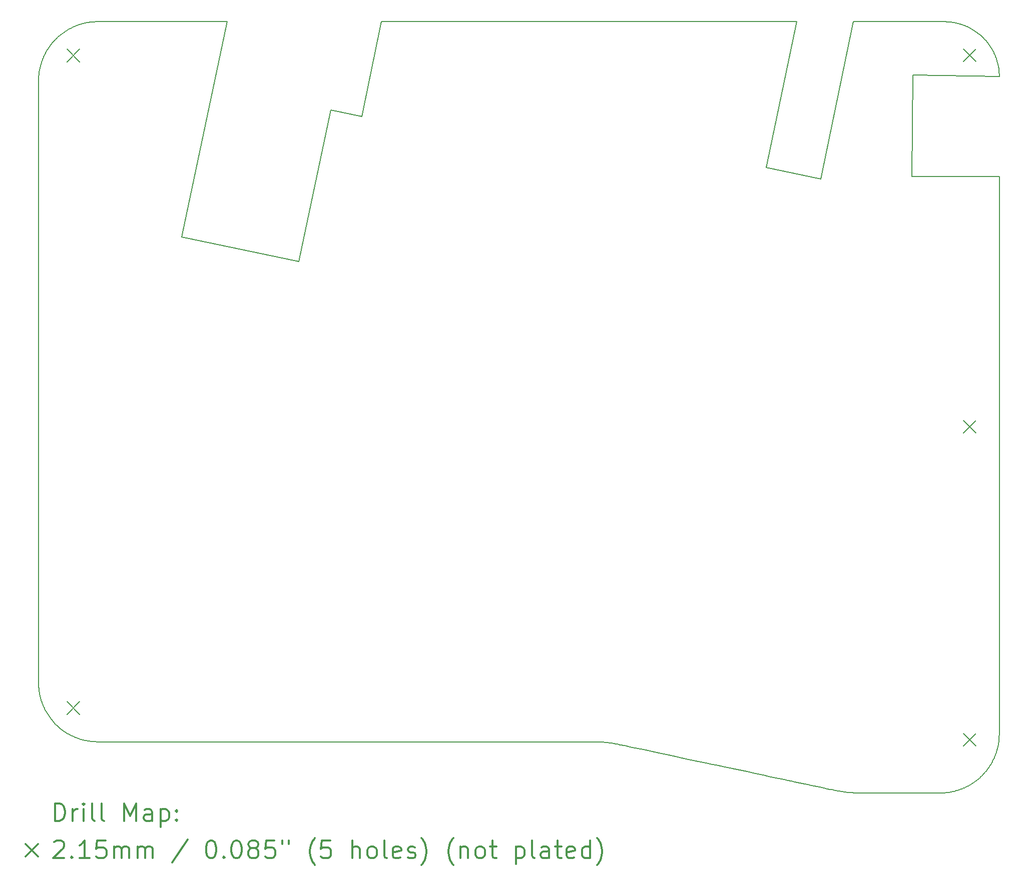
<source format=gbr>
%FSLAX45Y45*%
G04 Gerber Fmt 4.5, Leading zero omitted, Abs format (unit mm)*
G04 Created by KiCad (PCBNEW (5.1.5-0-10_14)) date 2020-04-19 15:56:33*
%MOMM*%
%LPD*%
G04 APERTURE LIST*
%TA.AperFunction,Profile*%
%ADD10C,0.200000*%
%TD*%
%ADD11C,0.200000*%
%ADD12C,0.300000*%
G04 APERTURE END LIST*
D10*
X16734158Y-3256235D02*
X16720294Y-4973331D01*
X18197521Y-3282693D02*
X16734158Y-3256235D01*
X2237215Y-2647110D02*
X2247305Y-2637161D01*
X2247305Y-2637161D02*
X2257943Y-2626971D01*
X2257943Y-2626971D02*
X2268430Y-2617213D01*
X2268430Y-2617213D02*
X2278970Y-2607684D01*
X2278970Y-2607684D02*
X2289776Y-2598190D01*
X2289776Y-2598190D02*
X2300632Y-2588926D01*
X2300632Y-2588926D02*
X2312800Y-2578853D01*
X2312800Y-2578853D02*
X2323904Y-2569939D01*
X2323904Y-2569939D02*
X2336342Y-2560257D01*
X2336342Y-2560257D02*
X2347994Y-2551469D01*
X2347994Y-2551469D02*
X2359685Y-2542915D01*
X2359685Y-2542915D02*
X2371567Y-2534483D01*
X2371567Y-2534483D02*
X2383640Y-2526178D01*
X2383640Y-2526178D02*
X2395745Y-2518110D01*
X2395745Y-2518110D02*
X2408281Y-2510018D01*
X2408281Y-2510018D02*
X2420603Y-2502319D01*
X2420603Y-2502319D02*
X2433357Y-2494609D01*
X2433357Y-2494609D02*
X2446549Y-2486904D01*
X2446549Y-2486904D02*
X2459517Y-2479589D01*
X2459517Y-2479589D02*
X2472588Y-2472472D01*
X2472588Y-2472472D02*
X2485842Y-2465508D01*
X2485842Y-2465508D02*
X2499708Y-2458491D01*
X2499708Y-2458491D02*
X2513162Y-2451938D01*
X2513162Y-2451938D02*
X2526796Y-2445548D01*
X2526796Y-2445548D02*
X2541133Y-2439097D01*
X2541133Y-2439097D02*
X2555481Y-2432909D01*
X2555481Y-2432909D02*
X2569747Y-2427017D01*
X2569747Y-2427017D02*
X2584103Y-2421346D01*
X2584103Y-2421346D02*
X2598724Y-2415831D01*
X2598724Y-2415831D02*
X2613972Y-2410355D01*
X2613972Y-2410355D02*
X2629219Y-2405155D01*
X2629219Y-2405155D02*
X2644370Y-2400258D01*
X2644370Y-2400258D02*
X2659877Y-2395520D01*
X2659877Y-2395520D02*
X2675648Y-2390980D01*
X2675648Y-2390980D02*
X2691500Y-2386698D01*
X2691500Y-2386698D02*
X2708170Y-2382494D01*
X2708170Y-2382494D02*
X2724735Y-2378617D01*
X2724735Y-2378617D02*
X2741375Y-2375020D01*
X2741375Y-2375020D02*
X2758464Y-2371633D01*
X2758464Y-2371633D02*
X2776568Y-2368381D01*
X2776568Y-2368381D02*
X2793799Y-2365604D01*
X2793799Y-2365604D02*
X2811665Y-2363048D01*
X2811665Y-2363048D02*
X2830360Y-2360726D01*
X2830360Y-2360726D02*
X2851229Y-2358554D01*
X2851229Y-2358554D02*
X2870441Y-2356946D01*
X2870441Y-2356946D02*
X2889710Y-2355706D01*
X2889710Y-2355706D02*
X2911547Y-2354752D01*
X2911547Y-2354752D02*
X2932086Y-2354290D01*
X2932086Y-2354290D02*
X2944316Y-2354216D01*
X18197521Y-3282693D02*
X18197521Y-3282693D01*
X16720294Y-4973331D02*
X18195960Y-4973331D01*
X18195960Y-14413759D02*
X18195764Y-14433736D01*
X18195764Y-14433736D02*
X18195188Y-14453417D01*
X18195188Y-14453417D02*
X18194257Y-14472603D01*
X18194257Y-14472603D02*
X18192937Y-14492089D01*
X18192937Y-14492089D02*
X18191323Y-14510682D01*
X18191323Y-14510682D02*
X18189372Y-14529176D01*
X18189372Y-14529176D02*
X18187137Y-14547179D01*
X18187137Y-14547179D02*
X18184645Y-14564693D01*
X18184645Y-14564693D02*
X18181850Y-14582108D01*
X18181850Y-14582108D02*
X18178758Y-14599421D01*
X18178758Y-14599421D02*
X18175448Y-14616249D01*
X18175448Y-14616249D02*
X18171858Y-14632975D01*
X18171858Y-14632975D02*
X18167991Y-14649596D01*
X18167991Y-14649596D02*
X18163946Y-14665735D01*
X18163946Y-14665735D02*
X18159589Y-14681955D01*
X18159589Y-14681955D02*
X18155077Y-14697697D01*
X18155077Y-14697697D02*
X18150143Y-14713881D01*
X18150143Y-14713881D02*
X18144944Y-14729948D01*
X18144944Y-14729948D02*
X18139736Y-14745172D01*
X18139736Y-14745172D02*
X18134424Y-14759927D01*
X18134424Y-14759927D02*
X18128889Y-14774573D01*
X18128889Y-14774573D02*
X18123060Y-14789285D01*
X18123060Y-14789285D02*
X18117154Y-14803532D01*
X18117154Y-14803532D02*
X18110806Y-14818188D01*
X18110806Y-14818188D02*
X18104231Y-14832722D01*
X18104231Y-14832722D02*
X18097762Y-14846448D01*
X18097762Y-14846448D02*
X18091092Y-14860059D01*
X18091092Y-14860059D02*
X18084222Y-14873554D01*
X18084222Y-14873554D02*
X18076976Y-14887262D01*
X18076976Y-14887262D02*
X18069156Y-14901503D01*
X18069156Y-14901503D02*
X18061302Y-14915275D01*
X18061302Y-14915275D02*
X18053821Y-14927941D01*
X18053821Y-14927941D02*
X18046160Y-14940486D01*
X18046160Y-14940486D02*
X18038117Y-14953226D01*
X18038117Y-14953226D02*
X18030096Y-14965522D01*
X18030096Y-14965522D02*
X18020625Y-14979553D01*
X18020625Y-14979553D02*
X18012230Y-14991575D01*
X18012230Y-14991575D02*
X18003665Y-15003468D01*
X18003665Y-15003468D02*
X17994931Y-15015230D01*
X17994931Y-15015230D02*
X17985338Y-15027747D01*
X17985338Y-15027747D02*
X17976493Y-15038937D01*
X17976493Y-15038937D02*
X17967254Y-15050287D01*
X17967254Y-15050287D02*
X17958097Y-15061212D01*
X17958097Y-15061212D02*
X17948540Y-15072286D01*
X17948540Y-15072286D02*
X17938825Y-15083218D01*
X17938825Y-15083218D02*
X17928698Y-15094281D01*
X17928698Y-15094281D02*
X17918927Y-15104649D01*
X17918927Y-15104649D02*
X17908485Y-15115411D01*
X17908485Y-15115411D02*
X17897617Y-15126279D01*
X17897617Y-15126279D02*
X17886855Y-15136721D01*
X17886855Y-15136721D02*
X17876487Y-15146492D01*
X17876487Y-15146492D02*
X17865424Y-15156619D01*
X17865424Y-15156619D02*
X17854492Y-15166334D01*
X17854492Y-15166334D02*
X17843703Y-15175647D01*
X17843703Y-15175647D02*
X17832782Y-15184809D01*
X17832782Y-15184809D02*
X17821435Y-15194052D01*
X17821435Y-15194052D02*
X17810249Y-15202901D01*
X17810249Y-15202901D02*
X17798934Y-15211593D01*
X17798934Y-15211593D02*
X17787189Y-15220349D01*
X17787189Y-15220349D02*
X17775007Y-15229154D01*
X17775007Y-15229154D02*
X17762997Y-15237566D01*
X17762997Y-15237566D02*
X17750860Y-15245805D01*
X17750860Y-15245805D02*
X17738596Y-15253871D01*
X17738596Y-15253871D02*
X17726208Y-15261760D01*
X17726208Y-15261760D02*
X17712730Y-15270058D01*
X17712730Y-15270058D02*
X17700088Y-15277576D01*
X17700088Y-15277576D02*
X17686342Y-15285470D01*
X17686342Y-15285470D02*
X17673456Y-15292610D01*
X17673456Y-15292610D02*
X17660119Y-15299741D01*
X17660119Y-15299741D02*
X17646325Y-15306845D01*
X17646325Y-15306845D02*
X17632408Y-15313742D01*
X17632408Y-15313742D02*
X17618714Y-15320266D01*
X17618714Y-15320266D02*
X17604559Y-15326744D01*
X17604559Y-15326744D02*
X17590287Y-15333007D01*
X17590287Y-15333007D02*
X17575547Y-15339198D01*
X17575547Y-15339198D02*
X17560689Y-15345159D01*
X17560689Y-15345159D02*
X17546072Y-15350755D01*
X17546072Y-15350755D02*
X17530265Y-15356511D01*
X17530265Y-15356511D02*
X17515061Y-15361764D01*
X17515061Y-15361764D02*
X17499748Y-15366778D01*
X17499748Y-15366778D02*
X17484327Y-15371552D01*
X17484327Y-15371552D02*
X17468430Y-15376186D01*
X17468430Y-15376186D02*
X17450184Y-15381154D01*
X17450184Y-15381154D02*
X17434059Y-15385236D01*
X17434059Y-15385236D02*
X17417642Y-15389098D01*
X17417642Y-15389098D02*
X17401122Y-15392690D01*
X17401122Y-15392690D02*
X17384118Y-15396080D01*
X17384118Y-15396080D02*
X17367012Y-15399183D01*
X17367012Y-15399183D02*
X17349225Y-15402083D01*
X17349225Y-15402083D02*
X17331724Y-15404616D01*
X17331724Y-15404616D02*
X17311773Y-15407120D01*
X17311773Y-15407120D02*
X17293676Y-15409041D01*
X17293676Y-15409041D02*
X17275087Y-15410669D01*
X17275087Y-15410669D02*
X17256003Y-15411981D01*
X17256003Y-15411981D02*
X17236423Y-15412950D01*
X17236423Y-15412950D02*
X17215941Y-15413558D01*
X17215941Y-15413558D02*
X17195964Y-15413754D01*
X18195960Y-4973331D02*
X18195960Y-14413759D01*
X15730987Y-2354216D02*
X17267508Y-2354216D01*
X15176180Y-5014367D02*
X15730987Y-2354216D01*
X14255665Y-4818708D02*
X15176180Y-5014367D01*
X14768879Y-2354216D02*
X14255665Y-4818708D01*
X7740780Y-2354216D02*
X14768879Y-2354216D01*
X7409970Y-3960530D02*
X7740780Y-2354216D01*
X6888712Y-3849749D02*
X7409970Y-3960530D01*
X6343087Y-6416661D02*
X6888712Y-3849749D01*
X4368256Y-5996899D02*
X6343087Y-6416661D01*
X5131899Y-2354216D02*
X4368256Y-5996899D01*
X17267508Y-2354216D02*
X17288307Y-2354443D01*
X17288307Y-2354443D02*
X17308438Y-2355100D01*
X17308438Y-2355100D02*
X17327535Y-2356122D01*
X17327535Y-2356122D02*
X17346528Y-2357525D01*
X17346528Y-2357525D02*
X17365048Y-2359270D01*
X17365048Y-2359270D02*
X17383096Y-2361329D01*
X17383096Y-2361329D02*
X17401220Y-2363757D01*
X17401220Y-2363757D02*
X17419231Y-2366531D01*
X17419231Y-2366531D02*
X17437485Y-2369714D01*
X17437485Y-2369714D02*
X17454551Y-2373033D01*
X17454551Y-2373033D02*
X17471153Y-2376582D01*
X17471153Y-2376582D02*
X17488168Y-2380552D01*
X17488168Y-2380552D02*
X17504368Y-2384650D01*
X17504368Y-2384650D02*
X17520282Y-2388981D01*
X17520282Y-2388981D02*
X17536080Y-2393586D01*
X17536080Y-2393586D02*
X17551423Y-2398352D01*
X17551423Y-2398352D02*
X17566650Y-2403375D01*
X17566650Y-2403375D02*
X17581760Y-2408652D01*
X17581760Y-2408652D02*
X17597083Y-2414305D01*
X17597083Y-2414305D02*
X17611619Y-2419957D01*
X17611619Y-2419957D02*
X17626036Y-2425844D01*
X17626036Y-2425844D02*
X17640332Y-2431963D01*
X17640332Y-2431963D02*
X17654503Y-2438314D01*
X17654503Y-2438314D02*
X17668866Y-2445045D01*
X17668866Y-2445045D02*
X17682779Y-2451855D01*
X17682779Y-2451855D02*
X17697496Y-2459377D01*
X17697496Y-2459377D02*
X17711752Y-2466983D01*
X17711752Y-2466983D02*
X17724943Y-2474309D01*
X17724943Y-2474309D02*
X17738758Y-2482285D01*
X17738758Y-2482285D02*
X17752422Y-2490491D01*
X17752422Y-2490491D02*
X17766080Y-2499016D01*
X17766080Y-2499016D02*
X17779286Y-2507577D01*
X17779286Y-2507577D02*
X17792338Y-2516354D01*
X17792338Y-2516354D02*
X17804662Y-2524941D01*
X17804662Y-2524941D02*
X17816840Y-2533720D01*
X17816840Y-2533720D02*
X17828314Y-2542269D01*
X17828314Y-2542269D02*
X17839650Y-2550988D01*
X17839650Y-2550988D02*
X17850848Y-2559878D01*
X17850848Y-2559878D02*
X17862441Y-2569380D01*
X17862441Y-2569380D02*
X17874669Y-2579747D01*
X17874669Y-2579747D02*
X17885675Y-2589392D01*
X17885675Y-2589392D02*
X17896270Y-2598971D01*
X17896270Y-2598971D02*
X17906716Y-2608710D01*
X17906716Y-2608710D02*
X17918257Y-2619823D01*
X17918257Y-2619823D02*
X17929117Y-2630637D01*
X17929117Y-2630637D02*
X17939798Y-2641626D01*
X17939798Y-2641626D02*
X17949588Y-2652024D01*
X17949588Y-2652024D02*
X17959452Y-2662830D01*
X17959452Y-2662830D02*
X17968919Y-2673528D01*
X17968919Y-2673528D02*
X17978223Y-2684371D01*
X17978223Y-2684371D02*
X17987583Y-2695628D01*
X17987583Y-2695628D02*
X17996552Y-2706760D01*
X17996552Y-2706760D02*
X18005352Y-2718032D01*
X18005352Y-2718032D02*
X18014399Y-2730001D01*
X18014399Y-2730001D02*
X18022848Y-2741554D01*
X18022848Y-2741554D02*
X18031323Y-2753526D01*
X18031323Y-2753526D02*
X18040393Y-2766798D01*
X18040393Y-2766798D02*
X18049048Y-2779939D01*
X18049048Y-2779939D02*
X18057485Y-2793234D01*
X18057485Y-2793234D02*
X18065883Y-2806981D01*
X18065883Y-2806981D02*
X18073523Y-2819972D01*
X18073523Y-2819972D02*
X18081638Y-2834324D01*
X18081638Y-2834324D02*
X18088928Y-2847747D01*
X18088928Y-2847747D02*
X18096163Y-2861616D01*
X18096163Y-2861616D02*
X18103093Y-2875461D01*
X18103093Y-2875461D02*
X18110098Y-2890076D01*
X18110098Y-2890076D02*
X18116566Y-2904185D01*
X18116566Y-2904185D02*
X18123360Y-2919720D01*
X18123360Y-2919720D02*
X18129345Y-2934089D01*
X18129345Y-2934089D02*
X18135095Y-2948579D01*
X18135095Y-2948579D02*
X18140609Y-2963187D01*
X18140609Y-2963187D02*
X18146059Y-2978414D01*
X18146059Y-2978414D02*
X18151306Y-2993931D01*
X18151306Y-2993931D02*
X18156339Y-3009741D01*
X18156339Y-3009741D02*
X18160947Y-3025156D01*
X18160947Y-3025156D02*
X18165389Y-3041027D01*
X18165389Y-3041027D02*
X18169599Y-3057186D01*
X18169599Y-3057186D02*
X18173688Y-3074161D01*
X18173688Y-3074161D02*
X18177353Y-3090724D01*
X18177353Y-3090724D02*
X18180722Y-3107397D01*
X18180722Y-3107397D02*
X18183978Y-3125250D01*
X18183978Y-3125250D02*
X18187111Y-3144663D01*
X18187111Y-3144663D02*
X18189724Y-3163301D01*
X18189724Y-3163301D02*
X18191967Y-3182054D01*
X18191967Y-3182054D02*
X18193803Y-3200553D01*
X18193803Y-3200553D02*
X18195327Y-3219896D01*
X18195327Y-3219896D02*
X18196464Y-3239533D01*
X18196464Y-3239533D02*
X18197182Y-3258904D01*
X18197182Y-3258904D02*
X18197509Y-3279312D01*
X18197509Y-3279312D02*
X18197521Y-3282693D01*
X1944320Y-3354210D02*
X1944586Y-3331122D01*
X1944586Y-3331122D02*
X1945236Y-3311384D01*
X1945236Y-3311384D02*
X1946244Y-3292178D01*
X1946244Y-3292178D02*
X1947665Y-3272450D01*
X1947665Y-3272450D02*
X1949347Y-3254030D01*
X1949347Y-3254030D02*
X1951344Y-3235860D01*
X1951344Y-3235860D02*
X1953617Y-3218133D01*
X1953617Y-3218133D02*
X1956175Y-3200659D01*
X1956175Y-3200659D02*
X1959005Y-3183439D01*
X1959005Y-3183439D02*
X1962276Y-3165536D01*
X1962276Y-3165536D02*
X1965633Y-3148834D01*
X1965633Y-3148834D02*
X1969355Y-3131832D01*
X1969355Y-3131832D02*
X1973325Y-3115095D01*
X1973325Y-3115095D02*
X1977677Y-3098069D01*
X1977677Y-3098069D02*
X1982065Y-3082051D01*
X1982065Y-3082051D02*
X1986607Y-3066480D01*
X1986607Y-3066480D02*
X1991340Y-3051173D01*
X1991340Y-3051173D02*
X1996681Y-3034864D01*
X1996681Y-3034864D02*
X2001917Y-3019731D01*
X2001917Y-3019731D02*
X2007392Y-3004687D01*
X2007392Y-3004687D02*
X2013177Y-2989557D01*
X2013177Y-2989557D02*
X2018953Y-2975141D01*
X2018953Y-2975141D02*
X2025401Y-2959765D01*
X2025401Y-2959765D02*
X2031638Y-2945542D01*
X2031638Y-2945542D02*
X2038015Y-2931588D01*
X2038015Y-2931588D02*
X2044731Y-2917475D01*
X2044731Y-2917475D02*
X2051496Y-2903805D01*
X2051496Y-2903805D02*
X2058471Y-2890237D01*
X2058471Y-2890237D02*
X2065472Y-2877108D01*
X2065472Y-2877108D02*
X2073045Y-2863414D01*
X2073045Y-2863414D02*
X2080643Y-2850164D01*
X2080643Y-2850164D02*
X2088199Y-2837434D01*
X2088199Y-2837434D02*
X2095845Y-2824973D01*
X2095845Y-2824973D02*
X2103626Y-2812698D01*
X2103626Y-2812698D02*
X2111696Y-2800371D01*
X2111696Y-2800371D02*
X2119952Y-2788155D01*
X2119952Y-2788155D02*
X2128283Y-2776210D01*
X2128283Y-2776210D02*
X2136794Y-2764378D01*
X2136794Y-2764378D02*
X2145484Y-2752662D01*
X2145484Y-2752662D02*
X2155059Y-2740152D01*
X2155059Y-2740152D02*
X2164360Y-2728382D01*
X2164360Y-2728382D02*
X2174337Y-2716148D01*
X2174337Y-2716148D02*
X2183517Y-2705231D01*
X2183517Y-2705231D02*
X2192862Y-2694434D01*
X2192862Y-2694434D02*
X2202631Y-2683472D01*
X2202631Y-2683472D02*
X2213629Y-2671508D01*
X2213629Y-2671508D02*
X2223492Y-2661103D01*
X2223492Y-2661103D02*
X2233517Y-2650827D01*
X2233517Y-2650827D02*
X2237215Y-2647110D01*
X1944320Y-13547406D02*
X1944320Y-3354210D01*
X2237215Y-14254506D02*
X2226996Y-14244138D01*
X2226996Y-14244138D02*
X2217142Y-14233848D01*
X2217142Y-14233848D02*
X2207319Y-14223291D01*
X2207319Y-14223291D02*
X2197725Y-14212679D01*
X2197725Y-14212679D02*
X2188295Y-14201944D01*
X2188295Y-14201944D02*
X2179031Y-14191089D01*
X2179031Y-14191089D02*
X2169932Y-14180114D01*
X2169932Y-14180114D02*
X2161000Y-14169023D01*
X2161000Y-14169023D02*
X2152001Y-14157512D01*
X2152001Y-14157512D02*
X2143179Y-14145882D01*
X2143179Y-14145882D02*
X2134536Y-14134135D01*
X2134536Y-14134135D02*
X2125853Y-14121959D01*
X2125853Y-14121959D02*
X2117359Y-14109665D01*
X2117359Y-14109665D02*
X2109266Y-14097574D01*
X2109266Y-14097574D02*
X2101252Y-14085214D01*
X2101252Y-14085214D02*
X2092674Y-14071524D01*
X2092674Y-14071524D02*
X2085105Y-14059020D01*
X2085105Y-14059020D02*
X2077579Y-14046165D01*
X2077579Y-14046165D02*
X2070250Y-14033205D01*
X2070250Y-14033205D02*
X2062801Y-14019554D01*
X2062801Y-14019554D02*
X2055700Y-14006048D01*
X2055700Y-14006048D02*
X2048426Y-13991671D01*
X2048426Y-13991671D02*
X2041878Y-13978215D01*
X2041878Y-13978215D02*
X2035454Y-13964492D01*
X2035454Y-13964492D02*
X2029201Y-13950587D01*
X2029201Y-13950587D02*
X2023161Y-13936591D01*
X2023161Y-13936591D02*
X2016943Y-13921532D01*
X2016943Y-13921532D02*
X2011176Y-13906907D01*
X2011176Y-13906907D02*
X2005672Y-13892282D01*
X2005672Y-13892282D02*
X2000270Y-13877210D01*
X2000270Y-13877210D02*
X1995110Y-13862050D01*
X1995110Y-13862050D02*
X1990134Y-13846623D01*
X1990134Y-13846623D02*
X1985434Y-13831204D01*
X1985434Y-13831204D02*
X1980778Y-13814970D01*
X1980778Y-13814970D02*
X1976417Y-13798743D01*
X1976417Y-13798743D02*
X1972239Y-13782065D01*
X1972239Y-13782065D02*
X1968345Y-13765307D01*
X1968345Y-13765307D02*
X1964738Y-13748472D01*
X1964738Y-13748472D02*
X1961313Y-13730999D01*
X1961313Y-13730999D02*
X1958086Y-13712790D01*
X1958086Y-13712790D02*
X1955307Y-13695266D01*
X1955307Y-13695266D02*
X1952800Y-13677390D01*
X1952800Y-13677390D02*
X1950613Y-13659450D01*
X1950613Y-13659450D02*
X1948713Y-13641068D01*
X1948713Y-13641068D02*
X1947150Y-13622628D01*
X1947150Y-13622628D02*
X1945907Y-13603748D01*
X1945907Y-13603748D02*
X1944908Y-13581723D01*
X1944908Y-13581723D02*
X1944420Y-13561576D01*
X1944420Y-13561576D02*
X1944320Y-13547406D01*
X2944316Y-14547401D02*
X2924330Y-14547201D01*
X2924330Y-14547201D02*
X2904583Y-14546612D01*
X2904583Y-14546612D02*
X2885273Y-14545657D01*
X2885273Y-14545657D02*
X2865728Y-14544310D01*
X2865728Y-14544310D02*
X2847203Y-14542677D01*
X2847203Y-14542677D02*
X2827303Y-14540534D01*
X2827303Y-14540534D02*
X2808239Y-14538103D01*
X2808239Y-14538103D02*
X2790765Y-14535545D01*
X2790765Y-14535545D02*
X2773545Y-14532715D01*
X2773545Y-14532715D02*
X2756018Y-14529516D01*
X2756018Y-14529516D02*
X2736881Y-14525653D01*
X2736881Y-14525653D02*
X2720447Y-14522023D01*
X2720447Y-14522023D02*
X2704088Y-14518119D01*
X2704088Y-14518119D02*
X2687806Y-14513944D01*
X2687806Y-14513944D02*
X2671973Y-14509602D01*
X2671973Y-14509602D02*
X2656038Y-14504948D01*
X2656038Y-14504948D02*
X2640188Y-14500032D01*
X2640188Y-14500032D02*
X2624970Y-14495038D01*
X2624970Y-14495038D02*
X2609837Y-14489803D01*
X2609837Y-14489803D02*
X2595060Y-14484427D01*
X2595060Y-14484427D02*
X2580461Y-14478855D01*
X2580461Y-14478855D02*
X2565687Y-14472948D01*
X2565687Y-14472948D02*
X2549871Y-14466319D01*
X2549871Y-14466319D02*
X2535213Y-14459887D01*
X2535213Y-14459887D02*
X2521003Y-14453383D01*
X2521003Y-14453383D02*
X2506980Y-14446697D01*
X2506980Y-14446697D02*
X2493570Y-14440052D01*
X2493570Y-14440052D02*
X2480342Y-14433249D01*
X2480342Y-14433249D02*
X2466878Y-14426065D01*
X2466878Y-14426065D02*
X2453852Y-14418862D01*
X2453852Y-14418862D02*
X2440929Y-14411462D01*
X2440929Y-14411462D02*
X2427948Y-14403768D01*
X2427948Y-14403768D02*
X2415078Y-14395874D01*
X2415078Y-14395874D02*
X2402562Y-14387938D01*
X2402562Y-14387938D02*
X2389998Y-14379707D01*
X2389998Y-14379707D02*
X2378023Y-14371606D01*
X2378023Y-14371606D02*
X2366080Y-14363271D01*
X2366080Y-14363271D02*
X2354174Y-14354700D01*
X2354174Y-14354700D02*
X2342460Y-14346005D01*
X2342460Y-14346005D02*
X2330864Y-14337133D01*
X2330864Y-14337133D02*
X2319388Y-14328082D01*
X2319388Y-14328082D02*
X2308332Y-14319101D01*
X2308332Y-14319101D02*
X2297392Y-14309953D01*
X2297392Y-14309953D02*
X2286500Y-14300576D01*
X2286500Y-14300576D02*
X2275802Y-14291096D01*
X2275802Y-14291096D02*
X2265299Y-14281518D01*
X2265299Y-14281518D02*
X2254850Y-14271713D01*
X2254850Y-14271713D02*
X2243974Y-14261201D01*
X2243974Y-14261201D02*
X2237215Y-14254506D01*
X11336745Y-14547401D02*
X2944316Y-14547401D01*
X11752592Y-14591110D02*
X11735957Y-14587648D01*
X11735957Y-14587648D02*
X11718493Y-14584173D01*
X11718493Y-14584173D02*
X11701607Y-14580965D01*
X11701607Y-14580965D02*
X11683890Y-14577761D01*
X11683890Y-14577761D02*
X11665643Y-14574632D01*
X11665643Y-14574632D02*
X11648179Y-14571801D01*
X11648179Y-14571801D02*
X11629783Y-14568988D01*
X11629783Y-14568988D02*
X11612173Y-14566460D01*
X11612173Y-14566460D02*
X11594137Y-14564036D01*
X11594137Y-14564036D02*
X11576283Y-14561800D01*
X11576283Y-14561800D02*
X11557598Y-14559635D01*
X11557598Y-14559635D02*
X11539505Y-14557708D01*
X11539505Y-14557708D02*
X11521190Y-14555927D01*
X11521190Y-14555927D02*
X11502249Y-14554262D01*
X11502249Y-14554262D02*
X11483699Y-14552809D01*
X11483699Y-14552809D02*
X11464830Y-14551508D01*
X11464830Y-14551508D02*
X11445947Y-14550385D01*
X11445947Y-14550385D02*
X11426644Y-14549423D01*
X11426644Y-14549423D02*
X11406716Y-14548625D01*
X11406716Y-14548625D02*
X11387085Y-14548034D01*
X11387085Y-14548034D02*
X11367445Y-14547636D01*
X11367445Y-14547636D02*
X11346980Y-14547427D01*
X11346980Y-14547427D02*
X11336745Y-14547401D01*
X15417269Y-15370045D02*
X15400735Y-15366530D01*
X15400735Y-15366530D02*
X15365781Y-15359102D01*
X15365781Y-15359102D02*
X15328632Y-15351206D01*
X15328632Y-15351206D02*
X15289359Y-15342859D01*
X15289359Y-15342859D02*
X15226868Y-15329577D01*
X15226868Y-15329577D02*
X15159516Y-15315263D01*
X15159516Y-15315263D02*
X15112467Y-15305263D01*
X15112467Y-15305263D02*
X15063655Y-15294888D01*
X15063655Y-15294888D02*
X15013150Y-15284154D01*
X15013150Y-15284154D02*
X14961025Y-15273075D01*
X14961025Y-15273075D02*
X14907352Y-15261667D01*
X14907352Y-15261667D02*
X14824269Y-15244008D01*
X14824269Y-15244008D02*
X14737767Y-15225622D01*
X14737767Y-15225622D02*
X14678622Y-15213052D01*
X14678622Y-15213052D02*
X14618290Y-15200228D01*
X14618290Y-15200228D02*
X14556841Y-15187167D01*
X14556841Y-15187167D02*
X14462850Y-15167190D01*
X14462850Y-15167190D02*
X14334122Y-15139828D01*
X14334122Y-15139828D02*
X14202225Y-15111794D01*
X14202225Y-15111794D02*
X14067736Y-15083208D01*
X14067736Y-15083208D02*
X13931232Y-15054194D01*
X13931232Y-15054194D02*
X13724027Y-15010152D01*
X13724027Y-15010152D02*
X13515382Y-14965804D01*
X13515382Y-14965804D02*
X13411240Y-14943668D01*
X13411240Y-14943668D02*
X13342015Y-14928954D01*
X13342015Y-14928954D02*
X13238629Y-14906979D01*
X13238629Y-14906979D02*
X13102125Y-14877965D01*
X13102125Y-14877965D02*
X12900968Y-14835208D01*
X12900968Y-14835208D02*
X12643510Y-14780483D01*
X12643510Y-14780483D02*
X12402180Y-14729187D01*
X12402180Y-14729187D02*
X12181585Y-14682298D01*
X12181585Y-14682298D02*
X11986334Y-14640795D01*
X11986334Y-14640795D02*
X11860343Y-14614014D01*
X11860343Y-14614014D02*
X11786045Y-14598221D01*
X11786045Y-14598221D02*
X11752592Y-14591110D01*
X15833090Y-15413754D02*
X15813031Y-15413653D01*
X15813031Y-15413653D02*
X15791751Y-15413327D01*
X15791751Y-15413327D02*
X15771912Y-15412818D01*
X15771912Y-15412818D02*
X15752491Y-15412130D01*
X15752491Y-15412130D02*
X15733082Y-15411254D01*
X15733082Y-15411254D02*
X15713888Y-15410201D01*
X15713888Y-15410201D02*
X15694708Y-15408963D01*
X15694708Y-15408963D02*
X15675746Y-15407559D01*
X15675746Y-15407559D02*
X15657002Y-15405991D01*
X15657002Y-15405991D02*
X15638276Y-15404248D01*
X15638276Y-15404248D02*
X15619566Y-15402328D01*
X15619566Y-15402328D02*
X15601484Y-15400303D01*
X15601484Y-15400303D02*
X15583016Y-15398063D01*
X15583016Y-15398063D02*
X15565176Y-15395733D01*
X15565176Y-15395733D02*
X15547356Y-15393242D01*
X15547356Y-15393242D02*
X15529558Y-15390591D01*
X15529558Y-15390591D02*
X15511782Y-15387779D01*
X15511782Y-15387779D02*
X15494534Y-15384893D01*
X15494534Y-15384893D02*
X15477108Y-15381819D01*
X15477108Y-15381819D02*
X15459405Y-15378533D01*
X15459405Y-15378533D02*
X15442531Y-15375247D01*
X15442531Y-15375247D02*
X15425683Y-15371815D01*
X15425683Y-15371815D02*
X15417269Y-15370045D01*
X17195964Y-15413754D02*
X15833090Y-15413754D01*
X2944316Y-2354216D02*
X5131899Y-2354216D01*
X5131899Y-2354216D02*
X5131899Y-2354216D01*
D11*
X17588680Y-14406060D02*
X17803680Y-14621060D01*
X17803680Y-14406060D02*
X17588680Y-14621060D01*
X17588680Y-9106350D02*
X17803680Y-9321350D01*
X17803680Y-9106350D02*
X17588680Y-9321350D01*
X2426150Y-2817310D02*
X2641150Y-3032310D01*
X2641150Y-2817310D02*
X2426150Y-3032310D01*
X2426150Y-13867580D02*
X2641150Y-14082580D01*
X2641150Y-13867580D02*
X2426150Y-14082580D01*
X17588680Y-2816040D02*
X17803680Y-3031040D01*
X17803680Y-2816040D02*
X17588680Y-3031040D01*
D12*
X2220748Y-15889468D02*
X2220748Y-15589468D01*
X2292177Y-15589468D01*
X2335034Y-15603754D01*
X2363606Y-15632325D01*
X2377891Y-15660897D01*
X2392177Y-15718040D01*
X2392177Y-15760897D01*
X2377891Y-15818040D01*
X2363606Y-15846611D01*
X2335034Y-15875182D01*
X2292177Y-15889468D01*
X2220748Y-15889468D01*
X2520748Y-15889468D02*
X2520748Y-15689468D01*
X2520748Y-15746611D02*
X2535034Y-15718040D01*
X2549320Y-15703754D01*
X2577891Y-15689468D01*
X2606463Y-15689468D01*
X2706463Y-15889468D02*
X2706463Y-15689468D01*
X2706463Y-15589468D02*
X2692177Y-15603754D01*
X2706463Y-15618040D01*
X2720748Y-15603754D01*
X2706463Y-15589468D01*
X2706463Y-15618040D01*
X2892177Y-15889468D02*
X2863606Y-15875182D01*
X2849320Y-15846611D01*
X2849320Y-15589468D01*
X3049320Y-15889468D02*
X3020748Y-15875182D01*
X3006463Y-15846611D01*
X3006463Y-15589468D01*
X3392177Y-15889468D02*
X3392177Y-15589468D01*
X3492177Y-15803754D01*
X3592177Y-15589468D01*
X3592177Y-15889468D01*
X3863606Y-15889468D02*
X3863606Y-15732325D01*
X3849320Y-15703754D01*
X3820748Y-15689468D01*
X3763606Y-15689468D01*
X3735034Y-15703754D01*
X3863606Y-15875182D02*
X3835034Y-15889468D01*
X3763606Y-15889468D01*
X3735034Y-15875182D01*
X3720748Y-15846611D01*
X3720748Y-15818040D01*
X3735034Y-15789468D01*
X3763606Y-15775182D01*
X3835034Y-15775182D01*
X3863606Y-15760897D01*
X4006463Y-15689468D02*
X4006463Y-15989468D01*
X4006463Y-15703754D02*
X4035034Y-15689468D01*
X4092177Y-15689468D01*
X4120748Y-15703754D01*
X4135034Y-15718040D01*
X4149320Y-15746611D01*
X4149320Y-15832325D01*
X4135034Y-15860897D01*
X4120748Y-15875182D01*
X4092177Y-15889468D01*
X4035034Y-15889468D01*
X4006463Y-15875182D01*
X4277891Y-15860897D02*
X4292177Y-15875182D01*
X4277891Y-15889468D01*
X4263606Y-15875182D01*
X4277891Y-15860897D01*
X4277891Y-15889468D01*
X4277891Y-15703754D02*
X4292177Y-15718040D01*
X4277891Y-15732325D01*
X4263606Y-15718040D01*
X4277891Y-15703754D01*
X4277891Y-15732325D01*
X1719320Y-16276254D02*
X1934320Y-16491254D01*
X1934320Y-16276254D02*
X1719320Y-16491254D01*
X2206463Y-16248040D02*
X2220748Y-16233754D01*
X2249320Y-16219468D01*
X2320748Y-16219468D01*
X2349320Y-16233754D01*
X2363606Y-16248040D01*
X2377891Y-16276611D01*
X2377891Y-16305182D01*
X2363606Y-16348040D01*
X2192177Y-16519468D01*
X2377891Y-16519468D01*
X2506463Y-16490897D02*
X2520748Y-16505182D01*
X2506463Y-16519468D01*
X2492177Y-16505182D01*
X2506463Y-16490897D01*
X2506463Y-16519468D01*
X2806463Y-16519468D02*
X2635034Y-16519468D01*
X2720748Y-16519468D02*
X2720748Y-16219468D01*
X2692177Y-16262325D01*
X2663606Y-16290897D01*
X2635034Y-16305182D01*
X3077891Y-16219468D02*
X2935034Y-16219468D01*
X2920748Y-16362325D01*
X2935034Y-16348040D01*
X2963606Y-16333754D01*
X3035034Y-16333754D01*
X3063606Y-16348040D01*
X3077891Y-16362325D01*
X3092177Y-16390897D01*
X3092177Y-16462325D01*
X3077891Y-16490897D01*
X3063606Y-16505182D01*
X3035034Y-16519468D01*
X2963606Y-16519468D01*
X2935034Y-16505182D01*
X2920748Y-16490897D01*
X3220748Y-16519468D02*
X3220748Y-16319468D01*
X3220748Y-16348040D02*
X3235034Y-16333754D01*
X3263606Y-16319468D01*
X3306463Y-16319468D01*
X3335034Y-16333754D01*
X3349320Y-16362325D01*
X3349320Y-16519468D01*
X3349320Y-16362325D02*
X3363606Y-16333754D01*
X3392177Y-16319468D01*
X3435034Y-16319468D01*
X3463606Y-16333754D01*
X3477891Y-16362325D01*
X3477891Y-16519468D01*
X3620748Y-16519468D02*
X3620748Y-16319468D01*
X3620748Y-16348040D02*
X3635034Y-16333754D01*
X3663606Y-16319468D01*
X3706463Y-16319468D01*
X3735034Y-16333754D01*
X3749320Y-16362325D01*
X3749320Y-16519468D01*
X3749320Y-16362325D02*
X3763606Y-16333754D01*
X3792177Y-16319468D01*
X3835034Y-16319468D01*
X3863606Y-16333754D01*
X3877891Y-16362325D01*
X3877891Y-16519468D01*
X4463606Y-16205182D02*
X4206463Y-16590897D01*
X4849320Y-16219468D02*
X4877891Y-16219468D01*
X4906463Y-16233754D01*
X4920748Y-16248040D01*
X4935034Y-16276611D01*
X4949320Y-16333754D01*
X4949320Y-16405182D01*
X4935034Y-16462325D01*
X4920748Y-16490897D01*
X4906463Y-16505182D01*
X4877891Y-16519468D01*
X4849320Y-16519468D01*
X4820748Y-16505182D01*
X4806463Y-16490897D01*
X4792177Y-16462325D01*
X4777891Y-16405182D01*
X4777891Y-16333754D01*
X4792177Y-16276611D01*
X4806463Y-16248040D01*
X4820748Y-16233754D01*
X4849320Y-16219468D01*
X5077891Y-16490897D02*
X5092177Y-16505182D01*
X5077891Y-16519468D01*
X5063606Y-16505182D01*
X5077891Y-16490897D01*
X5077891Y-16519468D01*
X5277891Y-16219468D02*
X5306463Y-16219468D01*
X5335034Y-16233754D01*
X5349320Y-16248040D01*
X5363606Y-16276611D01*
X5377891Y-16333754D01*
X5377891Y-16405182D01*
X5363606Y-16462325D01*
X5349320Y-16490897D01*
X5335034Y-16505182D01*
X5306463Y-16519468D01*
X5277891Y-16519468D01*
X5249320Y-16505182D01*
X5235034Y-16490897D01*
X5220748Y-16462325D01*
X5206463Y-16405182D01*
X5206463Y-16333754D01*
X5220748Y-16276611D01*
X5235034Y-16248040D01*
X5249320Y-16233754D01*
X5277891Y-16219468D01*
X5549320Y-16348040D02*
X5520748Y-16333754D01*
X5506463Y-16319468D01*
X5492177Y-16290897D01*
X5492177Y-16276611D01*
X5506463Y-16248040D01*
X5520748Y-16233754D01*
X5549320Y-16219468D01*
X5606463Y-16219468D01*
X5635034Y-16233754D01*
X5649320Y-16248040D01*
X5663606Y-16276611D01*
X5663606Y-16290897D01*
X5649320Y-16319468D01*
X5635034Y-16333754D01*
X5606463Y-16348040D01*
X5549320Y-16348040D01*
X5520748Y-16362325D01*
X5506463Y-16376611D01*
X5492177Y-16405182D01*
X5492177Y-16462325D01*
X5506463Y-16490897D01*
X5520748Y-16505182D01*
X5549320Y-16519468D01*
X5606463Y-16519468D01*
X5635034Y-16505182D01*
X5649320Y-16490897D01*
X5663606Y-16462325D01*
X5663606Y-16405182D01*
X5649320Y-16376611D01*
X5635034Y-16362325D01*
X5606463Y-16348040D01*
X5935034Y-16219468D02*
X5792177Y-16219468D01*
X5777891Y-16362325D01*
X5792177Y-16348040D01*
X5820748Y-16333754D01*
X5892177Y-16333754D01*
X5920748Y-16348040D01*
X5935034Y-16362325D01*
X5949320Y-16390897D01*
X5949320Y-16462325D01*
X5935034Y-16490897D01*
X5920748Y-16505182D01*
X5892177Y-16519468D01*
X5820748Y-16519468D01*
X5792177Y-16505182D01*
X5777891Y-16490897D01*
X6063606Y-16219468D02*
X6063606Y-16276611D01*
X6177891Y-16219468D02*
X6177891Y-16276611D01*
X6620748Y-16633754D02*
X6606463Y-16619468D01*
X6577891Y-16576611D01*
X6563606Y-16548040D01*
X6549320Y-16505182D01*
X6535034Y-16433754D01*
X6535034Y-16376611D01*
X6549320Y-16305182D01*
X6563606Y-16262325D01*
X6577891Y-16233754D01*
X6606463Y-16190897D01*
X6620748Y-16176611D01*
X6877891Y-16219468D02*
X6735034Y-16219468D01*
X6720748Y-16362325D01*
X6735034Y-16348040D01*
X6763606Y-16333754D01*
X6835034Y-16333754D01*
X6863606Y-16348040D01*
X6877891Y-16362325D01*
X6892177Y-16390897D01*
X6892177Y-16462325D01*
X6877891Y-16490897D01*
X6863606Y-16505182D01*
X6835034Y-16519468D01*
X6763606Y-16519468D01*
X6735034Y-16505182D01*
X6720748Y-16490897D01*
X7249320Y-16519468D02*
X7249320Y-16219468D01*
X7377891Y-16519468D02*
X7377891Y-16362325D01*
X7363606Y-16333754D01*
X7335034Y-16319468D01*
X7292177Y-16319468D01*
X7263606Y-16333754D01*
X7249320Y-16348040D01*
X7563606Y-16519468D02*
X7535034Y-16505182D01*
X7520748Y-16490897D01*
X7506463Y-16462325D01*
X7506463Y-16376611D01*
X7520748Y-16348040D01*
X7535034Y-16333754D01*
X7563606Y-16319468D01*
X7606463Y-16319468D01*
X7635034Y-16333754D01*
X7649320Y-16348040D01*
X7663606Y-16376611D01*
X7663606Y-16462325D01*
X7649320Y-16490897D01*
X7635034Y-16505182D01*
X7606463Y-16519468D01*
X7563606Y-16519468D01*
X7835034Y-16519468D02*
X7806463Y-16505182D01*
X7792177Y-16476611D01*
X7792177Y-16219468D01*
X8063606Y-16505182D02*
X8035034Y-16519468D01*
X7977891Y-16519468D01*
X7949320Y-16505182D01*
X7935034Y-16476611D01*
X7935034Y-16362325D01*
X7949320Y-16333754D01*
X7977891Y-16319468D01*
X8035034Y-16319468D01*
X8063606Y-16333754D01*
X8077891Y-16362325D01*
X8077891Y-16390897D01*
X7935034Y-16419468D01*
X8192177Y-16505182D02*
X8220748Y-16519468D01*
X8277891Y-16519468D01*
X8306463Y-16505182D01*
X8320748Y-16476611D01*
X8320748Y-16462325D01*
X8306463Y-16433754D01*
X8277891Y-16419468D01*
X8235034Y-16419468D01*
X8206463Y-16405182D01*
X8192177Y-16376611D01*
X8192177Y-16362325D01*
X8206463Y-16333754D01*
X8235034Y-16319468D01*
X8277891Y-16319468D01*
X8306463Y-16333754D01*
X8420748Y-16633754D02*
X8435034Y-16619468D01*
X8463606Y-16576611D01*
X8477891Y-16548040D01*
X8492177Y-16505182D01*
X8506463Y-16433754D01*
X8506463Y-16376611D01*
X8492177Y-16305182D01*
X8477891Y-16262325D01*
X8463606Y-16233754D01*
X8435034Y-16190897D01*
X8420748Y-16176611D01*
X8963606Y-16633754D02*
X8949320Y-16619468D01*
X8920748Y-16576611D01*
X8906463Y-16548040D01*
X8892177Y-16505182D01*
X8877891Y-16433754D01*
X8877891Y-16376611D01*
X8892177Y-16305182D01*
X8906463Y-16262325D01*
X8920748Y-16233754D01*
X8949320Y-16190897D01*
X8963606Y-16176611D01*
X9077891Y-16319468D02*
X9077891Y-16519468D01*
X9077891Y-16348040D02*
X9092177Y-16333754D01*
X9120748Y-16319468D01*
X9163606Y-16319468D01*
X9192177Y-16333754D01*
X9206463Y-16362325D01*
X9206463Y-16519468D01*
X9392177Y-16519468D02*
X9363606Y-16505182D01*
X9349320Y-16490897D01*
X9335034Y-16462325D01*
X9335034Y-16376611D01*
X9349320Y-16348040D01*
X9363606Y-16333754D01*
X9392177Y-16319468D01*
X9435034Y-16319468D01*
X9463606Y-16333754D01*
X9477891Y-16348040D01*
X9492177Y-16376611D01*
X9492177Y-16462325D01*
X9477891Y-16490897D01*
X9463606Y-16505182D01*
X9435034Y-16519468D01*
X9392177Y-16519468D01*
X9577891Y-16319468D02*
X9692177Y-16319468D01*
X9620748Y-16219468D02*
X9620748Y-16476611D01*
X9635034Y-16505182D01*
X9663606Y-16519468D01*
X9692177Y-16519468D01*
X10020748Y-16319468D02*
X10020748Y-16619468D01*
X10020748Y-16333754D02*
X10049320Y-16319468D01*
X10106463Y-16319468D01*
X10135034Y-16333754D01*
X10149320Y-16348040D01*
X10163606Y-16376611D01*
X10163606Y-16462325D01*
X10149320Y-16490897D01*
X10135034Y-16505182D01*
X10106463Y-16519468D01*
X10049320Y-16519468D01*
X10020748Y-16505182D01*
X10335034Y-16519468D02*
X10306463Y-16505182D01*
X10292177Y-16476611D01*
X10292177Y-16219468D01*
X10577891Y-16519468D02*
X10577891Y-16362325D01*
X10563606Y-16333754D01*
X10535034Y-16319468D01*
X10477891Y-16319468D01*
X10449320Y-16333754D01*
X10577891Y-16505182D02*
X10549320Y-16519468D01*
X10477891Y-16519468D01*
X10449320Y-16505182D01*
X10435034Y-16476611D01*
X10435034Y-16448040D01*
X10449320Y-16419468D01*
X10477891Y-16405182D01*
X10549320Y-16405182D01*
X10577891Y-16390897D01*
X10677891Y-16319468D02*
X10792177Y-16319468D01*
X10720748Y-16219468D02*
X10720748Y-16476611D01*
X10735034Y-16505182D01*
X10763606Y-16519468D01*
X10792177Y-16519468D01*
X11006463Y-16505182D02*
X10977891Y-16519468D01*
X10920748Y-16519468D01*
X10892177Y-16505182D01*
X10877891Y-16476611D01*
X10877891Y-16362325D01*
X10892177Y-16333754D01*
X10920748Y-16319468D01*
X10977891Y-16319468D01*
X11006463Y-16333754D01*
X11020748Y-16362325D01*
X11020748Y-16390897D01*
X10877891Y-16419468D01*
X11277891Y-16519468D02*
X11277891Y-16219468D01*
X11277891Y-16505182D02*
X11249320Y-16519468D01*
X11192177Y-16519468D01*
X11163606Y-16505182D01*
X11149320Y-16490897D01*
X11135034Y-16462325D01*
X11135034Y-16376611D01*
X11149320Y-16348040D01*
X11163606Y-16333754D01*
X11192177Y-16319468D01*
X11249320Y-16319468D01*
X11277891Y-16333754D01*
X11392177Y-16633754D02*
X11406463Y-16619468D01*
X11435034Y-16576611D01*
X11449320Y-16548040D01*
X11463606Y-16505182D01*
X11477891Y-16433754D01*
X11477891Y-16376611D01*
X11463606Y-16305182D01*
X11449320Y-16262325D01*
X11435034Y-16233754D01*
X11406463Y-16190897D01*
X11392177Y-16176611D01*
M02*

</source>
